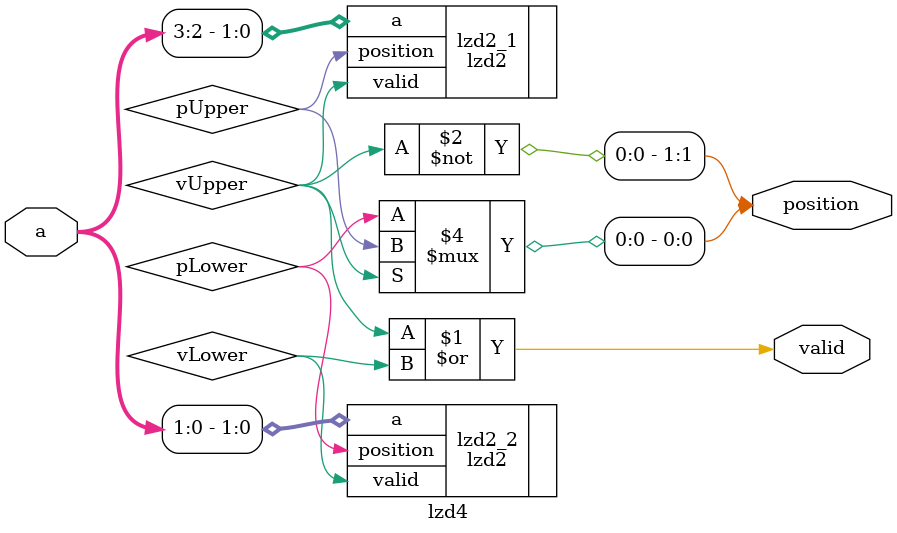
<source format=sv>
module lzd4 (
    input  logic [3:0] a,
    output logic [1:0] position,
    output logic       valid
);
    wire pUpper, pLower, vUpper, vLower;

    lzd2 lzd2_1 (.a(a[3:2]), .position(pUpper), .valid(vUpper)); 
    lzd2 lzd2_2 (.a(a[1:0]), .position(pLower), .valid(vLower)); 

    assign valid = vUpper | vLower; 
    assign position[1] = ~vUpper; 
    assign position[0] = ~vUpper ? pLower : pUpper; 
endmodule

</source>
